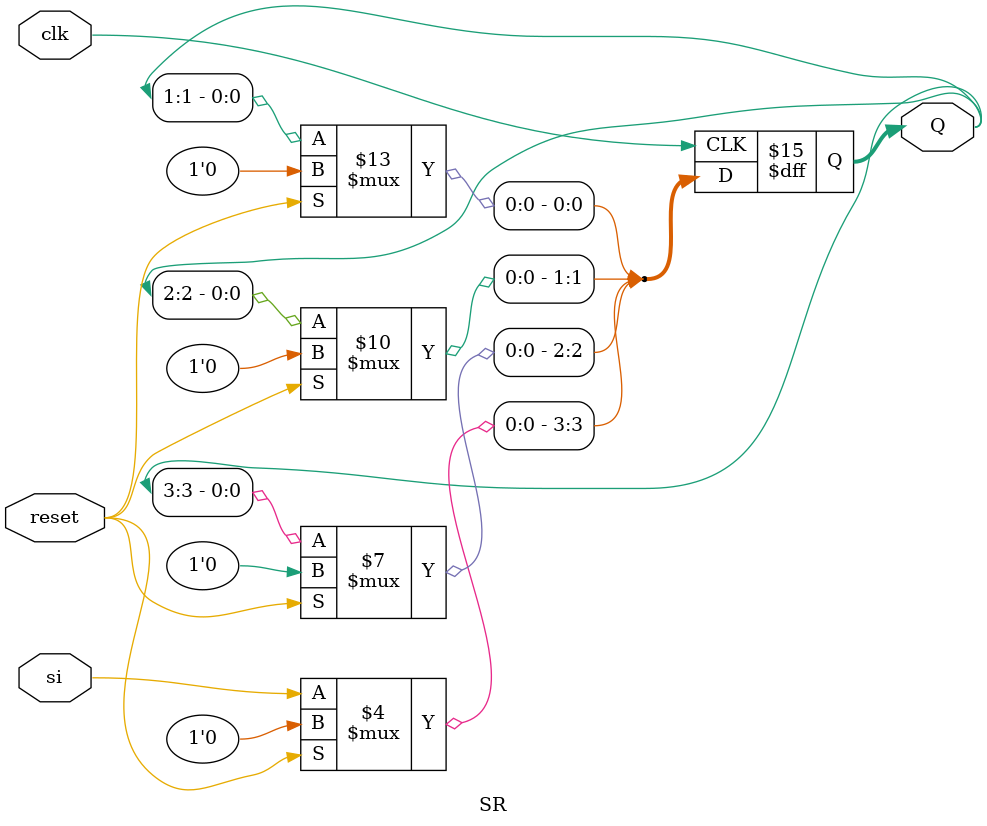
<source format=v>
`timescale 1ns / 1ps

module SR(
    input clk, reset, si,
    output [3:0] Q
    );
    
reg [3:0] Q;
initial Q = 4'b0000;

always @(posedge clk) begin
    if(reset) begin 
        Q = 4'b0000;
     end
     else begin
        Q[0] <= Q[1];
        Q[1] <= Q[2];
        Q[2] <= Q[3];
        Q[3] <= si;
     end
   end    
endmodule

</source>
